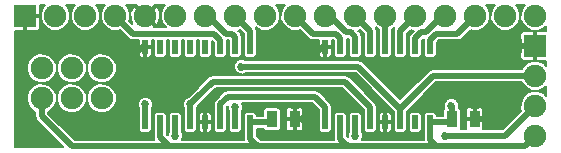
<source format=gtl>
G04 (created by PCBNEW (2013-07-07 BZR 4022)-stable) date 2/6/2016 8:58:51 PM*
%MOIN*%
G04 Gerber Fmt 3.4, Leading zero omitted, Abs format*
%FSLAX34Y34*%
G01*
G70*
G90*
G04 APERTURE LIST*
%ADD10C,0.00590551*%
%ADD11R,0.035X0.055*%
%ADD12R,0.02X0.045*%
%ADD13C,0.075*%
%ADD14R,0.075X0.075*%
%ADD15C,0.027*%
%ADD16C,0.02*%
%ADD17C,0.008*%
G04 APERTURE END LIST*
G54D10*
G54D11*
X2475Y-3450D03*
X1725Y-3450D03*
X8475Y-3450D03*
X7725Y-3450D03*
G54D12*
X7000Y-3550D03*
X6000Y-3550D03*
X5500Y-3550D03*
X5000Y-3550D03*
X4500Y-3550D03*
X4000Y-3550D03*
X3500Y-3550D03*
X3500Y-1050D03*
X4000Y-1050D03*
X4500Y-1050D03*
X5000Y-1050D03*
X5500Y-1050D03*
X6000Y-1050D03*
X6500Y-1050D03*
X7000Y-1050D03*
X6500Y-3550D03*
X1000Y-3550D03*
X0Y-3550D03*
X-500Y-3550D03*
X-1000Y-3550D03*
X-1500Y-3550D03*
X-2000Y-3550D03*
X-2500Y-3550D03*
X-2500Y-1050D03*
X-2000Y-1050D03*
X-1500Y-1050D03*
X-1000Y-1050D03*
X-500Y-1050D03*
X0Y-1050D03*
X500Y-1050D03*
X1000Y-1050D03*
X500Y-3550D03*
G54D13*
X-5950Y-2750D03*
X-4950Y-2750D03*
X-3950Y-2750D03*
G54D14*
X10500Y-1000D03*
G54D13*
X10500Y-2000D03*
X10500Y-3000D03*
X10500Y-4000D03*
G54D14*
X-6500Y0D03*
G54D13*
X-5500Y0D03*
X-4500Y0D03*
X-3500Y0D03*
X-2500Y0D03*
X-1500Y0D03*
X-500Y0D03*
X500Y0D03*
X1500Y0D03*
X2500Y0D03*
X3500Y0D03*
X4500Y0D03*
X5500Y0D03*
X6500Y0D03*
X7500Y0D03*
X8500Y0D03*
X9500Y0D03*
X10500Y0D03*
X-5950Y-1750D03*
X-4950Y-1750D03*
X-3950Y-1750D03*
G54D15*
X7500Y-4000D03*
X-1500Y-4000D03*
X4500Y-4000D03*
X700Y-1700D03*
X-1000Y-2950D03*
X500Y-3050D03*
X3200Y-1250D03*
X-2800Y-1250D03*
X8800Y-3450D03*
X8900Y-1000D03*
X2750Y-3450D03*
X-2500Y-2950D03*
X7700Y-3000D03*
G54D16*
X9500Y-4000D02*
X10500Y-3000D01*
X9500Y-4000D02*
X8050Y-4000D01*
X8050Y-4000D02*
X7500Y-4000D01*
X-1500Y-4000D02*
X-1500Y-3550D01*
X4500Y-4000D02*
X4500Y-3550D01*
X3850Y-1700D02*
X4600Y-1700D01*
X4600Y-1700D02*
X6000Y-3100D01*
X10500Y-2000D02*
X7100Y-2000D01*
X7100Y-2000D02*
X6000Y-3100D01*
X6000Y-3550D02*
X6000Y-3100D01*
X2200Y-1700D02*
X3850Y-1700D01*
X700Y-1700D02*
X2200Y-1700D01*
X5000Y-3550D02*
X5000Y-3050D01*
X5000Y-3050D02*
X4150Y-2200D01*
X-1000Y-3450D02*
X-1000Y-2950D01*
X4150Y-2200D02*
X4000Y-2200D01*
X-250Y-2200D02*
X-800Y-2750D01*
X4000Y-2200D02*
X-250Y-2200D01*
X-1000Y-2950D02*
X-800Y-2750D01*
X6500Y-1050D02*
X6500Y-750D01*
X7400Y0D02*
X7500Y0D01*
X6850Y-550D02*
X7400Y0D01*
X6700Y-550D02*
X6850Y-550D01*
X6500Y-750D02*
X6700Y-550D01*
X7000Y-1050D02*
X7000Y-800D01*
X7900Y-600D02*
X8500Y0D01*
X7200Y-600D02*
X7900Y-600D01*
X7000Y-800D02*
X7200Y-600D01*
X-500Y0D02*
X-404Y0D01*
X500Y-700D02*
X500Y-1050D01*
X400Y-600D02*
X500Y-700D01*
X195Y-600D02*
X400Y-600D01*
X-404Y0D02*
X195Y-600D01*
X1000Y-1050D02*
X1000Y-500D01*
X1000Y-500D02*
X500Y0D01*
X500Y-3450D02*
X500Y-3050D01*
X4000Y-1050D02*
X4000Y-750D01*
X3100Y-600D02*
X2500Y0D01*
X3850Y-600D02*
X3100Y-600D01*
X4000Y-750D02*
X3850Y-600D01*
X4500Y-1050D02*
X4500Y-700D01*
X3650Y0D02*
X3500Y0D01*
X4202Y-552D02*
X3650Y0D01*
X4352Y-552D02*
X4202Y-552D01*
X4500Y-700D02*
X4352Y-552D01*
X5000Y-1050D02*
X5000Y-500D01*
X5000Y-500D02*
X4500Y0D01*
X5500Y0D02*
X5500Y-1050D01*
X6000Y-1050D02*
X6000Y-500D01*
X6000Y-500D02*
X6500Y0D01*
X-2300Y-600D02*
X-2900Y-600D01*
X0Y-800D02*
X-200Y-600D01*
X-200Y-600D02*
X-2300Y-600D01*
X0Y-1050D02*
X0Y-800D01*
X-2900Y-600D02*
X-3500Y0D01*
X3500Y-1050D02*
X3400Y-1050D01*
X3400Y-1050D02*
X3200Y-1250D01*
X-2500Y-1050D02*
X-2600Y-1050D01*
X-2600Y-1050D02*
X-2800Y-1250D01*
X8475Y-3450D02*
X8800Y-3450D01*
X10500Y-1000D02*
X8900Y-1000D01*
X2475Y-3450D02*
X2750Y-3450D01*
X-2500Y-3450D02*
X-2500Y-2950D01*
X0Y-3450D02*
X0Y-2950D01*
X3500Y-3050D02*
X3500Y-3450D01*
X3150Y-2700D02*
X3500Y-3050D01*
X250Y-2700D02*
X3150Y-2700D01*
X0Y-2950D02*
X250Y-2700D01*
X3500Y-3250D02*
X3500Y-3450D01*
X3500Y-3250D02*
X3500Y-3450D01*
X3500Y-3450D02*
X3500Y-3250D01*
X7000Y-3550D02*
X7000Y-4150D01*
X7000Y-4150D02*
X7200Y-4350D01*
X7000Y-3550D02*
X7625Y-3550D01*
X7625Y-3550D02*
X7725Y-3450D01*
X-2000Y-3550D02*
X-2000Y-4050D01*
X-2000Y-4050D02*
X-1700Y-4350D01*
X4000Y-3550D02*
X4000Y-4100D01*
X4000Y-4100D02*
X4250Y-4350D01*
X1000Y-3550D02*
X1000Y-4100D01*
X1000Y-4100D02*
X1250Y-4350D01*
X1000Y-3550D02*
X1625Y-3550D01*
X1625Y-3550D02*
X1725Y-3450D01*
X-5950Y-2750D02*
X-5950Y-3350D01*
X-4950Y-4350D02*
X-4150Y-4350D01*
X-5950Y-3350D02*
X-4950Y-4350D01*
X7400Y-4350D02*
X7200Y-4350D01*
X6400Y-4350D02*
X7400Y-4350D01*
X7200Y-4350D02*
X7300Y-4350D01*
X10150Y-4350D02*
X10500Y-4000D01*
X7300Y-4350D02*
X10150Y-4350D01*
X4450Y-4350D02*
X6400Y-4350D01*
X4250Y-4350D02*
X4450Y-4350D01*
X-4150Y-4350D02*
X-1700Y-4350D01*
X-1700Y-4350D02*
X-1550Y-4350D01*
X-1550Y-4350D02*
X550Y-4350D01*
X550Y-4350D02*
X1250Y-4350D01*
X1250Y-4350D02*
X1650Y-4350D01*
X1650Y-4350D02*
X4250Y-4350D01*
X7700Y-3000D02*
X7725Y-3025D01*
X7725Y-3025D02*
X7725Y-3450D01*
G54D10*
G36*
X-1820Y-380D02*
X-2002Y-380D01*
X-2002Y-83D01*
X-2008Y113D01*
X-2072Y267D01*
X-2140Y309D01*
X-2450Y0D01*
X-2140Y-309D01*
X-2072Y-267D01*
X-2002Y-83D01*
X-2002Y-380D01*
X-2202Y-380D01*
X-2190Y-359D01*
X-2500Y-49D01*
X-2505Y-55D01*
X-2555Y-5D01*
X-2549Y0D01*
X-2859Y309D01*
X-2927Y267D01*
X-2997Y83D01*
X-2991Y-113D01*
X-2932Y-256D01*
X-3029Y-158D01*
X-3005Y-98D01*
X-3004Y98D01*
X-3080Y280D01*
X-3160Y360D01*
X-2809Y360D01*
X-2809Y359D01*
X-2500Y49D01*
X-2190Y359D01*
X-2190Y360D01*
X-1839Y360D01*
X-1919Y280D01*
X-1994Y98D01*
X-1995Y-98D01*
X-1919Y-280D01*
X-1820Y-380D01*
X-1820Y-380D01*
G37*
G54D17*
X-1820Y-380D02*
X-2002Y-380D01*
X-2002Y-83D01*
X-2008Y113D01*
X-2072Y267D01*
X-2140Y309D01*
X-2450Y0D01*
X-2140Y-309D01*
X-2072Y-267D01*
X-2002Y-83D01*
X-2002Y-380D01*
X-2202Y-380D01*
X-2190Y-359D01*
X-2500Y-49D01*
X-2505Y-55D01*
X-2555Y-5D01*
X-2549Y0D01*
X-2859Y309D01*
X-2927Y267D01*
X-2997Y83D01*
X-2991Y-113D01*
X-2932Y-256D01*
X-3029Y-158D01*
X-3005Y-98D01*
X-3004Y98D01*
X-3080Y280D01*
X-3160Y360D01*
X-2809Y360D01*
X-2809Y359D01*
X-2500Y49D01*
X-2190Y359D01*
X-2190Y360D01*
X-1839Y360D01*
X-1919Y280D01*
X-1994Y98D01*
X-1995Y-98D01*
X-1919Y-280D01*
X-1820Y-380D01*
G54D10*
G36*
X10860Y-2660D02*
X10780Y-2580D01*
X10598Y-2505D01*
X10401Y-2504D01*
X10219Y-2580D01*
X10080Y-2719D01*
X10005Y-2901D01*
X10004Y-3098D01*
X10030Y-3158D01*
X9408Y-3780D01*
X8757Y-3780D01*
X8769Y-3748D01*
X8770Y-3701D01*
X8770Y-3198D01*
X8769Y-3151D01*
X8751Y-3106D01*
X8717Y-3073D01*
X8673Y-3054D01*
X8540Y-3055D01*
X8510Y-3085D01*
X8510Y-3415D01*
X8740Y-3415D01*
X8770Y-3385D01*
X8770Y-3198D01*
X8770Y-3701D01*
X8770Y-3515D01*
X8740Y-3485D01*
X8510Y-3485D01*
X8510Y-3492D01*
X8440Y-3492D01*
X8440Y-3485D01*
X8440Y-3415D01*
X8440Y-3085D01*
X8410Y-3055D01*
X8276Y-3054D01*
X8232Y-3073D01*
X8198Y-3106D01*
X8180Y-3151D01*
X8179Y-3198D01*
X8180Y-3385D01*
X8210Y-3415D01*
X8440Y-3415D01*
X8440Y-3485D01*
X8210Y-3485D01*
X8180Y-3515D01*
X8179Y-3701D01*
X8180Y-3748D01*
X8192Y-3780D01*
X8050Y-3780D01*
X8007Y-3780D01*
X8019Y-3748D01*
X8020Y-3701D01*
X8020Y-3151D01*
X8001Y-3107D01*
X7968Y-3073D01*
X7948Y-3065D01*
X7954Y-3050D01*
X7955Y-2949D01*
X7916Y-2855D01*
X7844Y-2783D01*
X7750Y-2745D01*
X7649Y-2744D01*
X7555Y-2783D01*
X7483Y-2855D01*
X7445Y-2949D01*
X7444Y-3050D01*
X7462Y-3092D01*
X7448Y-3106D01*
X7430Y-3151D01*
X7429Y-3198D01*
X7429Y-3330D01*
X7220Y-3330D01*
X7220Y-3301D01*
X7201Y-3257D01*
X7168Y-3223D01*
X7123Y-3205D01*
X7076Y-3204D01*
X6876Y-3204D01*
X6832Y-3223D01*
X6798Y-3256D01*
X6780Y-3301D01*
X6779Y-3348D01*
X6779Y-3798D01*
X6780Y-3798D01*
X6780Y-4130D01*
X6720Y-4130D01*
X6720Y-3751D01*
X6720Y-3301D01*
X6701Y-3257D01*
X6668Y-3223D01*
X6623Y-3205D01*
X6576Y-3204D01*
X6376Y-3204D01*
X6332Y-3223D01*
X6298Y-3256D01*
X6280Y-3301D01*
X6279Y-3348D01*
X6279Y-3798D01*
X6298Y-3842D01*
X6331Y-3876D01*
X6376Y-3894D01*
X6423Y-3895D01*
X6623Y-3895D01*
X6667Y-3876D01*
X6701Y-3843D01*
X6719Y-3798D01*
X6720Y-3751D01*
X6720Y-4130D01*
X6400Y-4130D01*
X5720Y-4130D01*
X5720Y-3751D01*
X5720Y-3348D01*
X5719Y-3301D01*
X5701Y-3256D01*
X5667Y-3223D01*
X5623Y-3204D01*
X5565Y-3205D01*
X5535Y-3235D01*
X5535Y-3515D01*
X5690Y-3515D01*
X5720Y-3485D01*
X5720Y-3348D01*
X5720Y-3751D01*
X5720Y-3615D01*
X5690Y-3585D01*
X5535Y-3585D01*
X5535Y-3865D01*
X5565Y-3895D01*
X5623Y-3895D01*
X5667Y-3876D01*
X5701Y-3843D01*
X5719Y-3798D01*
X5720Y-3751D01*
X5720Y-4130D01*
X5465Y-4130D01*
X5465Y-3865D01*
X5465Y-3585D01*
X5465Y-3515D01*
X5465Y-3235D01*
X5435Y-3205D01*
X5376Y-3204D01*
X5332Y-3223D01*
X5298Y-3256D01*
X5280Y-3301D01*
X5279Y-3348D01*
X5280Y-3485D01*
X5310Y-3515D01*
X5465Y-3515D01*
X5465Y-3585D01*
X5310Y-3585D01*
X5280Y-3615D01*
X5279Y-3751D01*
X5280Y-3798D01*
X5298Y-3843D01*
X5332Y-3876D01*
X5376Y-3895D01*
X5435Y-3895D01*
X5465Y-3865D01*
X5465Y-4130D01*
X5220Y-4130D01*
X5220Y-3751D01*
X5220Y-3301D01*
X5220Y-3301D01*
X5220Y-3050D01*
X5203Y-2965D01*
X5203Y-2965D01*
X5155Y-2894D01*
X4305Y-2044D01*
X4234Y-1996D01*
X4150Y-1980D01*
X4000Y-1980D01*
X-250Y-1980D01*
X-334Y-1996D01*
X-369Y-2020D01*
X-405Y-2044D01*
X-955Y-2594D01*
X-955Y-2594D01*
X-1060Y-2698D01*
X-1144Y-2733D01*
X-1216Y-2805D01*
X-1254Y-2899D01*
X-1255Y-3000D01*
X-1220Y-3085D01*
X-1220Y-3325D01*
X-1220Y-3348D01*
X-1220Y-3798D01*
X-1201Y-3842D01*
X-1168Y-3876D01*
X-1123Y-3894D01*
X-1076Y-3895D01*
X-876Y-3895D01*
X-832Y-3876D01*
X-798Y-3843D01*
X-780Y-3798D01*
X-779Y-3751D01*
X-779Y-3301D01*
X-780Y-3301D01*
X-780Y-3085D01*
X-748Y-3009D01*
X-644Y-2905D01*
X-644Y-2905D01*
X-644Y-2905D01*
X-158Y-2420D01*
X4000Y-2420D01*
X4058Y-2420D01*
X4780Y-3141D01*
X4780Y-3325D01*
X4779Y-3348D01*
X4779Y-3798D01*
X4798Y-3842D01*
X4831Y-3876D01*
X4876Y-3894D01*
X4923Y-3895D01*
X5123Y-3895D01*
X5167Y-3876D01*
X5201Y-3843D01*
X5219Y-3798D01*
X5220Y-3751D01*
X5220Y-4130D01*
X4722Y-4130D01*
X4754Y-4050D01*
X4755Y-3949D01*
X4720Y-3864D01*
X4720Y-3774D01*
X4720Y-3751D01*
X4720Y-3301D01*
X4701Y-3257D01*
X4668Y-3223D01*
X4623Y-3205D01*
X4576Y-3204D01*
X4376Y-3204D01*
X4332Y-3223D01*
X4298Y-3256D01*
X4280Y-3301D01*
X4279Y-3348D01*
X4279Y-3798D01*
X4280Y-3798D01*
X4280Y-3864D01*
X4245Y-3949D01*
X4244Y-4033D01*
X4220Y-4008D01*
X4220Y-3774D01*
X4220Y-3751D01*
X4220Y-3301D01*
X4201Y-3257D01*
X4168Y-3223D01*
X4123Y-3205D01*
X4076Y-3204D01*
X3876Y-3204D01*
X3832Y-3223D01*
X3798Y-3256D01*
X3780Y-3301D01*
X3779Y-3348D01*
X3779Y-3798D01*
X3780Y-3798D01*
X3780Y-4100D01*
X3785Y-4130D01*
X3720Y-4130D01*
X3720Y-3751D01*
X3720Y-3301D01*
X3720Y-3301D01*
X3720Y-3250D01*
X3720Y-3050D01*
X3719Y-3049D01*
X3703Y-2965D01*
X3655Y-2894D01*
X3655Y-2894D01*
X3305Y-2544D01*
X3234Y-2496D01*
X3150Y-2480D01*
X250Y-2480D01*
X165Y-2496D01*
X94Y-2544D01*
X-155Y-2794D01*
X-203Y-2865D01*
X-220Y-2950D01*
X-220Y-3325D01*
X-220Y-3348D01*
X-220Y-3798D01*
X-201Y-3842D01*
X-168Y-3876D01*
X-123Y-3894D01*
X-76Y-3895D01*
X123Y-3895D01*
X167Y-3876D01*
X201Y-3843D01*
X219Y-3798D01*
X220Y-3751D01*
X220Y-3301D01*
X220Y-3301D01*
X220Y-3041D01*
X245Y-3016D01*
X244Y-3100D01*
X280Y-3185D01*
X280Y-3325D01*
X279Y-3348D01*
X279Y-3798D01*
X298Y-3842D01*
X331Y-3876D01*
X376Y-3894D01*
X423Y-3895D01*
X623Y-3895D01*
X667Y-3876D01*
X701Y-3843D01*
X719Y-3798D01*
X720Y-3751D01*
X720Y-3301D01*
X720Y-3301D01*
X720Y-3185D01*
X754Y-3100D01*
X755Y-2999D01*
X722Y-2920D01*
X3058Y-2920D01*
X3280Y-3141D01*
X3280Y-3250D01*
X3280Y-3325D01*
X3279Y-3348D01*
X3279Y-3798D01*
X3298Y-3842D01*
X3331Y-3876D01*
X3376Y-3894D01*
X3423Y-3895D01*
X3623Y-3895D01*
X3667Y-3876D01*
X3701Y-3843D01*
X3719Y-3798D01*
X3720Y-3751D01*
X3720Y-4130D01*
X2770Y-4130D01*
X2770Y-3701D01*
X2770Y-3198D01*
X2769Y-3151D01*
X2751Y-3106D01*
X2717Y-3073D01*
X2673Y-3054D01*
X2540Y-3055D01*
X2510Y-3085D01*
X2510Y-3415D01*
X2740Y-3415D01*
X2770Y-3385D01*
X2770Y-3198D01*
X2770Y-3701D01*
X2770Y-3515D01*
X2740Y-3485D01*
X2510Y-3485D01*
X2510Y-3815D01*
X2540Y-3845D01*
X2673Y-3845D01*
X2717Y-3826D01*
X2751Y-3793D01*
X2769Y-3748D01*
X2770Y-3701D01*
X2770Y-4130D01*
X2440Y-4130D01*
X2440Y-3815D01*
X2440Y-3485D01*
X2440Y-3415D01*
X2440Y-3085D01*
X2410Y-3055D01*
X2276Y-3054D01*
X2232Y-3073D01*
X2198Y-3106D01*
X2180Y-3151D01*
X2179Y-3198D01*
X2180Y-3385D01*
X2210Y-3415D01*
X2440Y-3415D01*
X2440Y-3485D01*
X2210Y-3485D01*
X2180Y-3515D01*
X2179Y-3701D01*
X2180Y-3748D01*
X2198Y-3793D01*
X2232Y-3826D01*
X2276Y-3845D01*
X2410Y-3845D01*
X2440Y-3815D01*
X2440Y-4130D01*
X1650Y-4130D01*
X1341Y-4130D01*
X1220Y-4008D01*
X1220Y-3774D01*
X1220Y-3770D01*
X1438Y-3770D01*
X1448Y-3792D01*
X1481Y-3826D01*
X1526Y-3844D01*
X1573Y-3845D01*
X1923Y-3845D01*
X1967Y-3826D01*
X2001Y-3793D01*
X2019Y-3748D01*
X2020Y-3701D01*
X2020Y-3151D01*
X2001Y-3107D01*
X1968Y-3073D01*
X1923Y-3055D01*
X1876Y-3054D01*
X1526Y-3054D01*
X1482Y-3073D01*
X1448Y-3106D01*
X1430Y-3151D01*
X1429Y-3198D01*
X1429Y-3330D01*
X1220Y-3330D01*
X1220Y-3301D01*
X1201Y-3257D01*
X1168Y-3223D01*
X1123Y-3205D01*
X1076Y-3204D01*
X876Y-3204D01*
X832Y-3223D01*
X798Y-3256D01*
X780Y-3301D01*
X779Y-3348D01*
X779Y-3798D01*
X780Y-3798D01*
X780Y-4100D01*
X785Y-4130D01*
X550Y-4130D01*
X-279Y-4130D01*
X-279Y-3751D01*
X-279Y-3348D01*
X-280Y-3301D01*
X-298Y-3256D01*
X-332Y-3223D01*
X-376Y-3204D01*
X-435Y-3205D01*
X-465Y-3235D01*
X-465Y-3515D01*
X-310Y-3515D01*
X-280Y-3485D01*
X-279Y-3348D01*
X-279Y-3751D01*
X-280Y-3615D01*
X-310Y-3585D01*
X-465Y-3585D01*
X-465Y-3865D01*
X-435Y-3895D01*
X-376Y-3895D01*
X-332Y-3876D01*
X-298Y-3843D01*
X-280Y-3798D01*
X-279Y-3751D01*
X-279Y-4130D01*
X-535Y-4130D01*
X-535Y-3865D01*
X-535Y-3585D01*
X-535Y-3515D01*
X-535Y-3235D01*
X-565Y-3205D01*
X-623Y-3204D01*
X-667Y-3223D01*
X-701Y-3256D01*
X-719Y-3301D01*
X-720Y-3348D01*
X-720Y-3485D01*
X-690Y-3515D01*
X-535Y-3515D01*
X-535Y-3585D01*
X-690Y-3585D01*
X-720Y-3615D01*
X-720Y-3751D01*
X-719Y-3798D01*
X-701Y-3843D01*
X-667Y-3876D01*
X-623Y-3895D01*
X-565Y-3895D01*
X-535Y-3865D01*
X-535Y-4130D01*
X-1277Y-4130D01*
X-1245Y-4050D01*
X-1244Y-3949D01*
X-1280Y-3864D01*
X-1280Y-3774D01*
X-1279Y-3751D01*
X-1279Y-3301D01*
X-1298Y-3257D01*
X-1331Y-3223D01*
X-1376Y-3205D01*
X-1423Y-3204D01*
X-1623Y-3204D01*
X-1667Y-3223D01*
X-1701Y-3256D01*
X-1719Y-3301D01*
X-1720Y-3348D01*
X-1720Y-3798D01*
X-1720Y-3798D01*
X-1720Y-3864D01*
X-1754Y-3949D01*
X-1754Y-3983D01*
X-1780Y-3958D01*
X-1780Y-3774D01*
X-1779Y-3751D01*
X-1779Y-3301D01*
X-1798Y-3257D01*
X-1831Y-3223D01*
X-1876Y-3205D01*
X-1923Y-3204D01*
X-2123Y-3204D01*
X-2167Y-3223D01*
X-2201Y-3256D01*
X-2219Y-3301D01*
X-2220Y-3348D01*
X-2220Y-3798D01*
X-2220Y-3798D01*
X-2220Y-4050D01*
X-2204Y-4130D01*
X-2244Y-4130D01*
X-2244Y-2899D01*
X-2279Y-2814D01*
X-2279Y-1251D01*
X-2280Y-1115D01*
X-2310Y-1085D01*
X-2465Y-1085D01*
X-2465Y-1365D01*
X-2435Y-1395D01*
X-2376Y-1395D01*
X-2332Y-1376D01*
X-2298Y-1343D01*
X-2280Y-1298D01*
X-2279Y-1251D01*
X-2279Y-2814D01*
X-2283Y-2805D01*
X-2355Y-2733D01*
X-2449Y-2695D01*
X-2535Y-2694D01*
X-2535Y-1365D01*
X-2535Y-1085D01*
X-2690Y-1085D01*
X-2720Y-1115D01*
X-2720Y-1251D01*
X-2719Y-1298D01*
X-2701Y-1343D01*
X-2667Y-1376D01*
X-2623Y-1395D01*
X-2565Y-1395D01*
X-2535Y-1365D01*
X-2535Y-2694D01*
X-2550Y-2694D01*
X-2644Y-2733D01*
X-2716Y-2805D01*
X-2754Y-2899D01*
X-2755Y-3000D01*
X-2720Y-3085D01*
X-2720Y-3325D01*
X-2720Y-3348D01*
X-2720Y-3798D01*
X-2701Y-3842D01*
X-2668Y-3876D01*
X-2623Y-3894D01*
X-2576Y-3895D01*
X-2376Y-3895D01*
X-2332Y-3876D01*
X-2298Y-3843D01*
X-2280Y-3798D01*
X-2279Y-3751D01*
X-2279Y-3301D01*
X-2280Y-3301D01*
X-2280Y-3085D01*
X-2245Y-3000D01*
X-2244Y-2899D01*
X-2244Y-4130D01*
X-3454Y-4130D01*
X-3454Y-2651D01*
X-3454Y-1651D01*
X-3530Y-1469D01*
X-3669Y-1330D01*
X-3851Y-1255D01*
X-4048Y-1254D01*
X-4230Y-1330D01*
X-4369Y-1469D01*
X-4444Y-1651D01*
X-4445Y-1848D01*
X-4369Y-2030D01*
X-4230Y-2169D01*
X-4048Y-2244D01*
X-3851Y-2245D01*
X-3669Y-2169D01*
X-3530Y-2030D01*
X-3455Y-1848D01*
X-3454Y-1651D01*
X-3454Y-2651D01*
X-3530Y-2469D01*
X-3669Y-2330D01*
X-3851Y-2255D01*
X-4048Y-2254D01*
X-4230Y-2330D01*
X-4369Y-2469D01*
X-4444Y-2651D01*
X-4445Y-2848D01*
X-4369Y-3030D01*
X-4230Y-3169D01*
X-4048Y-3244D01*
X-3851Y-3245D01*
X-3669Y-3169D01*
X-3530Y-3030D01*
X-3455Y-2848D01*
X-3454Y-2651D01*
X-3454Y-4130D01*
X-4150Y-4130D01*
X-4454Y-4130D01*
X-4454Y-2651D01*
X-4454Y-1651D01*
X-4530Y-1469D01*
X-4669Y-1330D01*
X-4851Y-1255D01*
X-5048Y-1254D01*
X-5230Y-1330D01*
X-5369Y-1469D01*
X-5444Y-1651D01*
X-5445Y-1848D01*
X-5369Y-2030D01*
X-5230Y-2169D01*
X-5048Y-2244D01*
X-4851Y-2245D01*
X-4669Y-2169D01*
X-4530Y-2030D01*
X-4455Y-1848D01*
X-4454Y-1651D01*
X-4454Y-2651D01*
X-4530Y-2469D01*
X-4669Y-2330D01*
X-4851Y-2255D01*
X-5048Y-2254D01*
X-5230Y-2330D01*
X-5369Y-2469D01*
X-5444Y-2651D01*
X-5445Y-2848D01*
X-5369Y-3030D01*
X-5230Y-3169D01*
X-5048Y-3244D01*
X-4851Y-3245D01*
X-4669Y-3169D01*
X-4530Y-3030D01*
X-4455Y-2848D01*
X-4454Y-2651D01*
X-4454Y-4130D01*
X-4858Y-4130D01*
X-5730Y-3258D01*
X-5730Y-3194D01*
X-5669Y-3169D01*
X-5530Y-3030D01*
X-5455Y-2848D01*
X-5454Y-2651D01*
X-5454Y-1651D01*
X-5530Y-1469D01*
X-5669Y-1330D01*
X-5851Y-1255D01*
X-6004Y-1254D01*
X-6004Y-351D01*
X-6005Y-65D01*
X-6035Y-35D01*
X-6465Y-35D01*
X-6465Y-465D01*
X-6435Y-495D01*
X-6101Y-495D01*
X-6057Y-476D01*
X-6023Y-443D01*
X-6005Y-398D01*
X-6004Y-351D01*
X-6004Y-1254D01*
X-6048Y-1254D01*
X-6230Y-1330D01*
X-6369Y-1469D01*
X-6444Y-1651D01*
X-6445Y-1848D01*
X-6369Y-2030D01*
X-6230Y-2169D01*
X-6048Y-2244D01*
X-5851Y-2245D01*
X-5669Y-2169D01*
X-5530Y-2030D01*
X-5455Y-1848D01*
X-5454Y-1651D01*
X-5454Y-2651D01*
X-5530Y-2469D01*
X-5669Y-2330D01*
X-5851Y-2255D01*
X-6048Y-2254D01*
X-6230Y-2330D01*
X-6369Y-2469D01*
X-6444Y-2651D01*
X-6445Y-2848D01*
X-6369Y-3030D01*
X-6230Y-3169D01*
X-6170Y-3194D01*
X-6170Y-3350D01*
X-6153Y-3434D01*
X-6105Y-3505D01*
X-5250Y-4360D01*
X-6860Y-4360D01*
X-6860Y-495D01*
X-6565Y-495D01*
X-6535Y-465D01*
X-6535Y-35D01*
X-6542Y-35D01*
X-6542Y35D01*
X-6535Y35D01*
X-6535Y42D01*
X-6465Y42D01*
X-6465Y35D01*
X-6035Y35D01*
X-6005Y65D01*
X-6004Y351D01*
X-6004Y360D01*
X-5839Y360D01*
X-5919Y280D01*
X-5994Y98D01*
X-5995Y-98D01*
X-5919Y-280D01*
X-5780Y-419D01*
X-5598Y-494D01*
X-5401Y-495D01*
X-5219Y-419D01*
X-5080Y-280D01*
X-5005Y-98D01*
X-5004Y98D01*
X-5080Y280D01*
X-5160Y360D01*
X-4839Y360D01*
X-4919Y280D01*
X-4994Y98D01*
X-4995Y-98D01*
X-4919Y-280D01*
X-4780Y-419D01*
X-4598Y-494D01*
X-4401Y-495D01*
X-4219Y-419D01*
X-4080Y-280D01*
X-4005Y-98D01*
X-4004Y98D01*
X-4080Y280D01*
X-4160Y360D01*
X-3839Y360D01*
X-3919Y280D01*
X-3994Y98D01*
X-3995Y-98D01*
X-3919Y-280D01*
X-3780Y-419D01*
X-3598Y-494D01*
X-3401Y-495D01*
X-3341Y-469D01*
X-3055Y-755D01*
X-3055Y-755D01*
X-2984Y-803D01*
X-2900Y-820D01*
X-2719Y-820D01*
X-2720Y-848D01*
X-2720Y-985D01*
X-2690Y-1015D01*
X-2535Y-1015D01*
X-2535Y-1007D01*
X-2465Y-1007D01*
X-2465Y-1015D01*
X-2310Y-1015D01*
X-2280Y-985D01*
X-2279Y-848D01*
X-2280Y-820D01*
X-2219Y-820D01*
X-2220Y-848D01*
X-2220Y-1298D01*
X-2201Y-1342D01*
X-2168Y-1376D01*
X-2123Y-1394D01*
X-2076Y-1395D01*
X-1876Y-1395D01*
X-1832Y-1376D01*
X-1798Y-1343D01*
X-1780Y-1298D01*
X-1779Y-1251D01*
X-1779Y-820D01*
X-1719Y-820D01*
X-1720Y-848D01*
X-1720Y-1298D01*
X-1701Y-1342D01*
X-1668Y-1376D01*
X-1623Y-1394D01*
X-1576Y-1395D01*
X-1376Y-1395D01*
X-1332Y-1376D01*
X-1298Y-1343D01*
X-1280Y-1298D01*
X-1279Y-1251D01*
X-1279Y-820D01*
X-1219Y-820D01*
X-1220Y-848D01*
X-1220Y-1298D01*
X-1201Y-1342D01*
X-1168Y-1376D01*
X-1123Y-1394D01*
X-1076Y-1395D01*
X-876Y-1395D01*
X-832Y-1376D01*
X-798Y-1343D01*
X-780Y-1298D01*
X-779Y-1251D01*
X-779Y-820D01*
X-719Y-820D01*
X-720Y-848D01*
X-720Y-1298D01*
X-701Y-1342D01*
X-668Y-1376D01*
X-623Y-1394D01*
X-576Y-1395D01*
X-376Y-1395D01*
X-332Y-1376D01*
X-298Y-1343D01*
X-280Y-1298D01*
X-279Y-1251D01*
X-279Y-831D01*
X-220Y-891D01*
X-220Y-1298D01*
X-201Y-1342D01*
X-168Y-1376D01*
X-123Y-1394D01*
X-76Y-1395D01*
X123Y-1395D01*
X167Y-1376D01*
X201Y-1343D01*
X219Y-1298D01*
X220Y-1251D01*
X220Y-820D01*
X280Y-820D01*
X280Y-825D01*
X279Y-848D01*
X279Y-1298D01*
X298Y-1342D01*
X331Y-1376D01*
X376Y-1394D01*
X423Y-1395D01*
X623Y-1395D01*
X667Y-1376D01*
X701Y-1343D01*
X719Y-1298D01*
X720Y-1251D01*
X720Y-801D01*
X720Y-801D01*
X720Y-700D01*
X703Y-615D01*
X703Y-615D01*
X655Y-544D01*
X603Y-492D01*
X658Y-469D01*
X780Y-591D01*
X780Y-825D01*
X779Y-848D01*
X779Y-1298D01*
X798Y-1342D01*
X831Y-1376D01*
X876Y-1394D01*
X923Y-1395D01*
X1123Y-1395D01*
X1167Y-1376D01*
X1201Y-1343D01*
X1219Y-1298D01*
X1220Y-1251D01*
X1220Y-801D01*
X1220Y-801D01*
X1220Y-500D01*
X1203Y-415D01*
X1203Y-415D01*
X1178Y-378D01*
X1219Y-419D01*
X1401Y-494D01*
X1598Y-495D01*
X1780Y-419D01*
X1919Y-280D01*
X1994Y-98D01*
X1995Y98D01*
X1919Y280D01*
X1839Y360D01*
X2160Y360D01*
X2080Y280D01*
X2005Y98D01*
X2004Y-98D01*
X2080Y-280D01*
X2219Y-419D01*
X2401Y-494D01*
X2598Y-495D01*
X2658Y-469D01*
X2944Y-755D01*
X2944Y-755D01*
X3015Y-803D01*
X3100Y-820D01*
X3280Y-820D01*
X3279Y-848D01*
X3280Y-985D01*
X3310Y-1015D01*
X3465Y-1015D01*
X3465Y-1007D01*
X3535Y-1007D01*
X3535Y-1015D01*
X3690Y-1015D01*
X3720Y-985D01*
X3720Y-848D01*
X3719Y-820D01*
X3758Y-820D01*
X3779Y-841D01*
X3779Y-848D01*
X3779Y-1298D01*
X3798Y-1342D01*
X3831Y-1376D01*
X3876Y-1394D01*
X3923Y-1395D01*
X4123Y-1395D01*
X4167Y-1376D01*
X4201Y-1343D01*
X4219Y-1298D01*
X4220Y-1251D01*
X4220Y-801D01*
X4220Y-801D01*
X4220Y-772D01*
X4260Y-772D01*
X4280Y-791D01*
X4280Y-825D01*
X4279Y-848D01*
X4279Y-1298D01*
X4298Y-1342D01*
X4331Y-1376D01*
X4376Y-1394D01*
X4423Y-1395D01*
X4623Y-1395D01*
X4667Y-1376D01*
X4701Y-1343D01*
X4719Y-1298D01*
X4720Y-1251D01*
X4720Y-801D01*
X4720Y-801D01*
X4720Y-700D01*
X4703Y-615D01*
X4703Y-615D01*
X4655Y-544D01*
X4603Y-492D01*
X4658Y-469D01*
X4780Y-591D01*
X4780Y-825D01*
X4779Y-848D01*
X4779Y-1298D01*
X4798Y-1342D01*
X4831Y-1376D01*
X4876Y-1394D01*
X4923Y-1395D01*
X5123Y-1395D01*
X5167Y-1376D01*
X5201Y-1343D01*
X5219Y-1298D01*
X5220Y-1251D01*
X5220Y-801D01*
X5220Y-801D01*
X5220Y-500D01*
X5203Y-415D01*
X5203Y-415D01*
X5178Y-378D01*
X5219Y-419D01*
X5280Y-444D01*
X5280Y-825D01*
X5279Y-848D01*
X5279Y-1298D01*
X5298Y-1342D01*
X5331Y-1376D01*
X5376Y-1394D01*
X5423Y-1395D01*
X5623Y-1395D01*
X5667Y-1376D01*
X5701Y-1343D01*
X5719Y-1298D01*
X5720Y-1251D01*
X5720Y-801D01*
X5720Y-801D01*
X5720Y-444D01*
X5780Y-419D01*
X5822Y-377D01*
X5796Y-415D01*
X5780Y-500D01*
X5780Y-825D01*
X5779Y-848D01*
X5779Y-1298D01*
X5798Y-1342D01*
X5831Y-1376D01*
X5876Y-1394D01*
X5923Y-1395D01*
X6123Y-1395D01*
X6167Y-1376D01*
X6201Y-1343D01*
X6219Y-1298D01*
X6220Y-1251D01*
X6220Y-801D01*
X6220Y-801D01*
X6220Y-591D01*
X6341Y-470D01*
X6401Y-494D01*
X6443Y-494D01*
X6344Y-594D01*
X6296Y-665D01*
X6280Y-750D01*
X6280Y-825D01*
X6279Y-848D01*
X6279Y-1298D01*
X6298Y-1342D01*
X6331Y-1376D01*
X6376Y-1394D01*
X6423Y-1395D01*
X6623Y-1395D01*
X6667Y-1376D01*
X6701Y-1343D01*
X6719Y-1298D01*
X6720Y-1251D01*
X6720Y-841D01*
X6784Y-776D01*
X6780Y-800D01*
X6780Y-825D01*
X6779Y-848D01*
X6779Y-1298D01*
X6798Y-1342D01*
X6831Y-1376D01*
X6876Y-1394D01*
X6923Y-1395D01*
X7123Y-1395D01*
X7167Y-1376D01*
X7201Y-1343D01*
X7219Y-1298D01*
X7220Y-1251D01*
X7220Y-891D01*
X7291Y-820D01*
X7900Y-820D01*
X7984Y-803D01*
X7984Y-803D01*
X8055Y-755D01*
X8341Y-470D01*
X8401Y-494D01*
X8598Y-495D01*
X8780Y-419D01*
X8919Y-280D01*
X8994Y-98D01*
X8995Y98D01*
X8919Y280D01*
X8839Y360D01*
X9160Y360D01*
X9080Y280D01*
X9005Y98D01*
X9004Y-98D01*
X9080Y-280D01*
X9219Y-419D01*
X9401Y-494D01*
X9598Y-495D01*
X9780Y-419D01*
X9919Y-280D01*
X9994Y-98D01*
X9995Y98D01*
X9919Y280D01*
X9839Y360D01*
X10160Y360D01*
X10080Y280D01*
X10005Y98D01*
X10004Y-98D01*
X10080Y-280D01*
X10219Y-419D01*
X10401Y-494D01*
X10598Y-495D01*
X10780Y-419D01*
X10860Y-339D01*
X10860Y-504D01*
X10851Y-504D01*
X10565Y-505D01*
X10535Y-535D01*
X10535Y-965D01*
X10542Y-965D01*
X10542Y-1035D01*
X10535Y-1035D01*
X10535Y-1465D01*
X10565Y-1495D01*
X10851Y-1495D01*
X10860Y-1495D01*
X10860Y-1660D01*
X10780Y-1580D01*
X10598Y-1505D01*
X10465Y-1504D01*
X10465Y-1465D01*
X10465Y-1035D01*
X10465Y-965D01*
X10465Y-535D01*
X10435Y-505D01*
X10148Y-504D01*
X10101Y-505D01*
X10056Y-523D01*
X10023Y-557D01*
X10004Y-601D01*
X10005Y-935D01*
X10035Y-965D01*
X10465Y-965D01*
X10465Y-1035D01*
X10035Y-1035D01*
X10005Y-1065D01*
X10004Y-1398D01*
X10023Y-1442D01*
X10056Y-1476D01*
X10101Y-1494D01*
X10148Y-1495D01*
X10435Y-1495D01*
X10465Y-1465D01*
X10465Y-1504D01*
X10401Y-1504D01*
X10219Y-1580D01*
X10080Y-1719D01*
X10055Y-1780D01*
X7100Y-1780D01*
X7015Y-1796D01*
X6944Y-1844D01*
X6000Y-2788D01*
X4755Y-1544D01*
X4684Y-1496D01*
X4600Y-1480D01*
X3850Y-1480D01*
X3720Y-1480D01*
X3720Y-1251D01*
X3720Y-1115D01*
X3690Y-1085D01*
X3535Y-1085D01*
X3535Y-1365D01*
X3565Y-1395D01*
X3623Y-1395D01*
X3667Y-1376D01*
X3701Y-1343D01*
X3719Y-1298D01*
X3720Y-1251D01*
X3720Y-1480D01*
X3465Y-1480D01*
X3465Y-1365D01*
X3465Y-1085D01*
X3310Y-1085D01*
X3280Y-1115D01*
X3279Y-1251D01*
X3280Y-1298D01*
X3298Y-1343D01*
X3332Y-1376D01*
X3376Y-1395D01*
X3435Y-1395D01*
X3465Y-1365D01*
X3465Y-1480D01*
X2200Y-1480D01*
X835Y-1480D01*
X750Y-1445D01*
X649Y-1444D01*
X555Y-1483D01*
X483Y-1555D01*
X445Y-1649D01*
X444Y-1750D01*
X483Y-1844D01*
X555Y-1916D01*
X649Y-1954D01*
X750Y-1955D01*
X835Y-1920D01*
X2200Y-1920D01*
X3850Y-1920D01*
X4508Y-1920D01*
X5780Y-3191D01*
X5780Y-3325D01*
X5779Y-3348D01*
X5779Y-3798D01*
X5798Y-3842D01*
X5831Y-3876D01*
X5876Y-3894D01*
X5923Y-3895D01*
X6123Y-3895D01*
X6167Y-3876D01*
X6201Y-3843D01*
X6219Y-3798D01*
X6220Y-3751D01*
X6220Y-3301D01*
X6220Y-3301D01*
X6220Y-3191D01*
X7191Y-2220D01*
X10055Y-2220D01*
X10080Y-2280D01*
X10219Y-2419D01*
X10401Y-2494D01*
X10598Y-2495D01*
X10780Y-2419D01*
X10860Y-2339D01*
X10860Y-2660D01*
X10860Y-2660D01*
G37*
G54D17*
X10860Y-2660D02*
X10780Y-2580D01*
X10598Y-2505D01*
X10401Y-2504D01*
X10219Y-2580D01*
X10080Y-2719D01*
X10005Y-2901D01*
X10004Y-3098D01*
X10030Y-3158D01*
X9408Y-3780D01*
X8757Y-3780D01*
X8769Y-3748D01*
X8770Y-3701D01*
X8770Y-3198D01*
X8769Y-3151D01*
X8751Y-3106D01*
X8717Y-3073D01*
X8673Y-3054D01*
X8540Y-3055D01*
X8510Y-3085D01*
X8510Y-3415D01*
X8740Y-3415D01*
X8770Y-3385D01*
X8770Y-3198D01*
X8770Y-3701D01*
X8770Y-3515D01*
X8740Y-3485D01*
X8510Y-3485D01*
X8510Y-3492D01*
X8440Y-3492D01*
X8440Y-3485D01*
X8440Y-3415D01*
X8440Y-3085D01*
X8410Y-3055D01*
X8276Y-3054D01*
X8232Y-3073D01*
X8198Y-3106D01*
X8180Y-3151D01*
X8179Y-3198D01*
X8180Y-3385D01*
X8210Y-3415D01*
X8440Y-3415D01*
X8440Y-3485D01*
X8210Y-3485D01*
X8180Y-3515D01*
X8179Y-3701D01*
X8180Y-3748D01*
X8192Y-3780D01*
X8050Y-3780D01*
X8007Y-3780D01*
X8019Y-3748D01*
X8020Y-3701D01*
X8020Y-3151D01*
X8001Y-3107D01*
X7968Y-3073D01*
X7948Y-3065D01*
X7954Y-3050D01*
X7955Y-2949D01*
X7916Y-2855D01*
X7844Y-2783D01*
X7750Y-2745D01*
X7649Y-2744D01*
X7555Y-2783D01*
X7483Y-2855D01*
X7445Y-2949D01*
X7444Y-3050D01*
X7462Y-3092D01*
X7448Y-3106D01*
X7430Y-3151D01*
X7429Y-3198D01*
X7429Y-3330D01*
X7220Y-3330D01*
X7220Y-3301D01*
X7201Y-3257D01*
X7168Y-3223D01*
X7123Y-3205D01*
X7076Y-3204D01*
X6876Y-3204D01*
X6832Y-3223D01*
X6798Y-3256D01*
X6780Y-3301D01*
X6779Y-3348D01*
X6779Y-3798D01*
X6780Y-3798D01*
X6780Y-4130D01*
X6720Y-4130D01*
X6720Y-3751D01*
X6720Y-3301D01*
X6701Y-3257D01*
X6668Y-3223D01*
X6623Y-3205D01*
X6576Y-3204D01*
X6376Y-3204D01*
X6332Y-3223D01*
X6298Y-3256D01*
X6280Y-3301D01*
X6279Y-3348D01*
X6279Y-3798D01*
X6298Y-3842D01*
X6331Y-3876D01*
X6376Y-3894D01*
X6423Y-3895D01*
X6623Y-3895D01*
X6667Y-3876D01*
X6701Y-3843D01*
X6719Y-3798D01*
X6720Y-3751D01*
X6720Y-4130D01*
X6400Y-4130D01*
X5720Y-4130D01*
X5720Y-3751D01*
X5720Y-3348D01*
X5719Y-3301D01*
X5701Y-3256D01*
X5667Y-3223D01*
X5623Y-3204D01*
X5565Y-3205D01*
X5535Y-3235D01*
X5535Y-3515D01*
X5690Y-3515D01*
X5720Y-3485D01*
X5720Y-3348D01*
X5720Y-3751D01*
X5720Y-3615D01*
X5690Y-3585D01*
X5535Y-3585D01*
X5535Y-3865D01*
X5565Y-3895D01*
X5623Y-3895D01*
X5667Y-3876D01*
X5701Y-3843D01*
X5719Y-3798D01*
X5720Y-3751D01*
X5720Y-4130D01*
X5465Y-4130D01*
X5465Y-3865D01*
X5465Y-3585D01*
X5465Y-3515D01*
X5465Y-3235D01*
X5435Y-3205D01*
X5376Y-3204D01*
X5332Y-3223D01*
X5298Y-3256D01*
X5280Y-3301D01*
X5279Y-3348D01*
X5280Y-3485D01*
X5310Y-3515D01*
X5465Y-3515D01*
X5465Y-3585D01*
X5310Y-3585D01*
X5280Y-3615D01*
X5279Y-3751D01*
X5280Y-3798D01*
X5298Y-3843D01*
X5332Y-3876D01*
X5376Y-3895D01*
X5435Y-3895D01*
X5465Y-3865D01*
X5465Y-4130D01*
X5220Y-4130D01*
X5220Y-3751D01*
X5220Y-3301D01*
X5220Y-3301D01*
X5220Y-3050D01*
X5203Y-2965D01*
X5203Y-2965D01*
X5155Y-2894D01*
X4305Y-2044D01*
X4234Y-1996D01*
X4150Y-1980D01*
X4000Y-1980D01*
X-250Y-1980D01*
X-334Y-1996D01*
X-369Y-2020D01*
X-405Y-2044D01*
X-955Y-2594D01*
X-955Y-2594D01*
X-1060Y-2698D01*
X-1144Y-2733D01*
X-1216Y-2805D01*
X-1254Y-2899D01*
X-1255Y-3000D01*
X-1220Y-3085D01*
X-1220Y-3325D01*
X-1220Y-3348D01*
X-1220Y-3798D01*
X-1201Y-3842D01*
X-1168Y-3876D01*
X-1123Y-3894D01*
X-1076Y-3895D01*
X-876Y-3895D01*
X-832Y-3876D01*
X-798Y-3843D01*
X-780Y-3798D01*
X-779Y-3751D01*
X-779Y-3301D01*
X-780Y-3301D01*
X-780Y-3085D01*
X-748Y-3009D01*
X-644Y-2905D01*
X-644Y-2905D01*
X-644Y-2905D01*
X-158Y-2420D01*
X4000Y-2420D01*
X4058Y-2420D01*
X4780Y-3141D01*
X4780Y-3325D01*
X4779Y-3348D01*
X4779Y-3798D01*
X4798Y-3842D01*
X4831Y-3876D01*
X4876Y-3894D01*
X4923Y-3895D01*
X5123Y-3895D01*
X5167Y-3876D01*
X5201Y-3843D01*
X5219Y-3798D01*
X5220Y-3751D01*
X5220Y-4130D01*
X4722Y-4130D01*
X4754Y-4050D01*
X4755Y-3949D01*
X4720Y-3864D01*
X4720Y-3774D01*
X4720Y-3751D01*
X4720Y-3301D01*
X4701Y-3257D01*
X4668Y-3223D01*
X4623Y-3205D01*
X4576Y-3204D01*
X4376Y-3204D01*
X4332Y-3223D01*
X4298Y-3256D01*
X4280Y-3301D01*
X4279Y-3348D01*
X4279Y-3798D01*
X4280Y-3798D01*
X4280Y-3864D01*
X4245Y-3949D01*
X4244Y-4033D01*
X4220Y-4008D01*
X4220Y-3774D01*
X4220Y-3751D01*
X4220Y-3301D01*
X4201Y-3257D01*
X4168Y-3223D01*
X4123Y-3205D01*
X4076Y-3204D01*
X3876Y-3204D01*
X3832Y-3223D01*
X3798Y-3256D01*
X3780Y-3301D01*
X3779Y-3348D01*
X3779Y-3798D01*
X3780Y-3798D01*
X3780Y-4100D01*
X3785Y-4130D01*
X3720Y-4130D01*
X3720Y-3751D01*
X3720Y-3301D01*
X3720Y-3301D01*
X3720Y-3250D01*
X3720Y-3050D01*
X3719Y-3049D01*
X3703Y-2965D01*
X3655Y-2894D01*
X3655Y-2894D01*
X3305Y-2544D01*
X3234Y-2496D01*
X3150Y-2480D01*
X250Y-2480D01*
X165Y-2496D01*
X94Y-2544D01*
X-155Y-2794D01*
X-203Y-2865D01*
X-220Y-2950D01*
X-220Y-3325D01*
X-220Y-3348D01*
X-220Y-3798D01*
X-201Y-3842D01*
X-168Y-3876D01*
X-123Y-3894D01*
X-76Y-3895D01*
X123Y-3895D01*
X167Y-3876D01*
X201Y-3843D01*
X219Y-3798D01*
X220Y-3751D01*
X220Y-3301D01*
X220Y-3301D01*
X220Y-3041D01*
X245Y-3016D01*
X244Y-3100D01*
X280Y-3185D01*
X280Y-3325D01*
X279Y-3348D01*
X279Y-3798D01*
X298Y-3842D01*
X331Y-3876D01*
X376Y-3894D01*
X423Y-3895D01*
X623Y-3895D01*
X667Y-3876D01*
X701Y-3843D01*
X719Y-3798D01*
X720Y-3751D01*
X720Y-3301D01*
X720Y-3301D01*
X720Y-3185D01*
X754Y-3100D01*
X755Y-2999D01*
X722Y-2920D01*
X3058Y-2920D01*
X3280Y-3141D01*
X3280Y-3250D01*
X3280Y-3325D01*
X3279Y-3348D01*
X3279Y-3798D01*
X3298Y-3842D01*
X3331Y-3876D01*
X3376Y-3894D01*
X3423Y-3895D01*
X3623Y-3895D01*
X3667Y-3876D01*
X3701Y-3843D01*
X3719Y-3798D01*
X3720Y-3751D01*
X3720Y-4130D01*
X2770Y-4130D01*
X2770Y-3701D01*
X2770Y-3198D01*
X2769Y-3151D01*
X2751Y-3106D01*
X2717Y-3073D01*
X2673Y-3054D01*
X2540Y-3055D01*
X2510Y-3085D01*
X2510Y-3415D01*
X2740Y-3415D01*
X2770Y-3385D01*
X2770Y-3198D01*
X2770Y-3701D01*
X2770Y-3515D01*
X2740Y-3485D01*
X2510Y-3485D01*
X2510Y-3815D01*
X2540Y-3845D01*
X2673Y-3845D01*
X2717Y-3826D01*
X2751Y-3793D01*
X2769Y-3748D01*
X2770Y-3701D01*
X2770Y-4130D01*
X2440Y-4130D01*
X2440Y-3815D01*
X2440Y-3485D01*
X2440Y-3415D01*
X2440Y-3085D01*
X2410Y-3055D01*
X2276Y-3054D01*
X2232Y-3073D01*
X2198Y-3106D01*
X2180Y-3151D01*
X2179Y-3198D01*
X2180Y-3385D01*
X2210Y-3415D01*
X2440Y-3415D01*
X2440Y-3485D01*
X2210Y-3485D01*
X2180Y-3515D01*
X2179Y-3701D01*
X2180Y-3748D01*
X2198Y-3793D01*
X2232Y-3826D01*
X2276Y-3845D01*
X2410Y-3845D01*
X2440Y-3815D01*
X2440Y-4130D01*
X1650Y-4130D01*
X1341Y-4130D01*
X1220Y-4008D01*
X1220Y-3774D01*
X1220Y-3770D01*
X1438Y-3770D01*
X1448Y-3792D01*
X1481Y-3826D01*
X1526Y-3844D01*
X1573Y-3845D01*
X1923Y-3845D01*
X1967Y-3826D01*
X2001Y-3793D01*
X2019Y-3748D01*
X2020Y-3701D01*
X2020Y-3151D01*
X2001Y-3107D01*
X1968Y-3073D01*
X1923Y-3055D01*
X1876Y-3054D01*
X1526Y-3054D01*
X1482Y-3073D01*
X1448Y-3106D01*
X1430Y-3151D01*
X1429Y-3198D01*
X1429Y-3330D01*
X1220Y-3330D01*
X1220Y-3301D01*
X1201Y-3257D01*
X1168Y-3223D01*
X1123Y-3205D01*
X1076Y-3204D01*
X876Y-3204D01*
X832Y-3223D01*
X798Y-3256D01*
X780Y-3301D01*
X779Y-3348D01*
X779Y-3798D01*
X780Y-3798D01*
X780Y-4100D01*
X785Y-4130D01*
X550Y-4130D01*
X-279Y-4130D01*
X-279Y-3751D01*
X-279Y-3348D01*
X-280Y-3301D01*
X-298Y-3256D01*
X-332Y-3223D01*
X-376Y-3204D01*
X-435Y-3205D01*
X-465Y-3235D01*
X-465Y-3515D01*
X-310Y-3515D01*
X-280Y-3485D01*
X-279Y-3348D01*
X-279Y-3751D01*
X-280Y-3615D01*
X-310Y-3585D01*
X-465Y-3585D01*
X-465Y-3865D01*
X-435Y-3895D01*
X-376Y-3895D01*
X-332Y-3876D01*
X-298Y-3843D01*
X-280Y-3798D01*
X-279Y-3751D01*
X-279Y-4130D01*
X-535Y-4130D01*
X-535Y-3865D01*
X-535Y-3585D01*
X-535Y-3515D01*
X-535Y-3235D01*
X-565Y-3205D01*
X-623Y-3204D01*
X-667Y-3223D01*
X-701Y-3256D01*
X-719Y-3301D01*
X-720Y-3348D01*
X-720Y-3485D01*
X-690Y-3515D01*
X-535Y-3515D01*
X-535Y-3585D01*
X-690Y-3585D01*
X-720Y-3615D01*
X-720Y-3751D01*
X-719Y-3798D01*
X-701Y-3843D01*
X-667Y-3876D01*
X-623Y-3895D01*
X-565Y-3895D01*
X-535Y-3865D01*
X-535Y-4130D01*
X-1277Y-4130D01*
X-1245Y-4050D01*
X-1244Y-3949D01*
X-1280Y-3864D01*
X-1280Y-3774D01*
X-1279Y-3751D01*
X-1279Y-3301D01*
X-1298Y-3257D01*
X-1331Y-3223D01*
X-1376Y-3205D01*
X-1423Y-3204D01*
X-1623Y-3204D01*
X-1667Y-3223D01*
X-1701Y-3256D01*
X-1719Y-3301D01*
X-1720Y-3348D01*
X-1720Y-3798D01*
X-1720Y-3798D01*
X-1720Y-3864D01*
X-1754Y-3949D01*
X-1754Y-3983D01*
X-1780Y-3958D01*
X-1780Y-3774D01*
X-1779Y-3751D01*
X-1779Y-3301D01*
X-1798Y-3257D01*
X-1831Y-3223D01*
X-1876Y-3205D01*
X-1923Y-3204D01*
X-2123Y-3204D01*
X-2167Y-3223D01*
X-2201Y-3256D01*
X-2219Y-3301D01*
X-2220Y-3348D01*
X-2220Y-3798D01*
X-2220Y-3798D01*
X-2220Y-4050D01*
X-2204Y-4130D01*
X-2244Y-4130D01*
X-2244Y-2899D01*
X-2279Y-2814D01*
X-2279Y-1251D01*
X-2280Y-1115D01*
X-2310Y-1085D01*
X-2465Y-1085D01*
X-2465Y-1365D01*
X-2435Y-1395D01*
X-2376Y-1395D01*
X-2332Y-1376D01*
X-2298Y-1343D01*
X-2280Y-1298D01*
X-2279Y-1251D01*
X-2279Y-2814D01*
X-2283Y-2805D01*
X-2355Y-2733D01*
X-2449Y-2695D01*
X-2535Y-2694D01*
X-2535Y-1365D01*
X-2535Y-1085D01*
X-2690Y-1085D01*
X-2720Y-1115D01*
X-2720Y-1251D01*
X-2719Y-1298D01*
X-2701Y-1343D01*
X-2667Y-1376D01*
X-2623Y-1395D01*
X-2565Y-1395D01*
X-2535Y-1365D01*
X-2535Y-2694D01*
X-2550Y-2694D01*
X-2644Y-2733D01*
X-2716Y-2805D01*
X-2754Y-2899D01*
X-2755Y-3000D01*
X-2720Y-3085D01*
X-2720Y-3325D01*
X-2720Y-3348D01*
X-2720Y-3798D01*
X-2701Y-3842D01*
X-2668Y-3876D01*
X-2623Y-3894D01*
X-2576Y-3895D01*
X-2376Y-3895D01*
X-2332Y-3876D01*
X-2298Y-3843D01*
X-2280Y-3798D01*
X-2279Y-3751D01*
X-2279Y-3301D01*
X-2280Y-3301D01*
X-2280Y-3085D01*
X-2245Y-3000D01*
X-2244Y-2899D01*
X-2244Y-4130D01*
X-3454Y-4130D01*
X-3454Y-2651D01*
X-3454Y-1651D01*
X-3530Y-1469D01*
X-3669Y-1330D01*
X-3851Y-1255D01*
X-4048Y-1254D01*
X-4230Y-1330D01*
X-4369Y-1469D01*
X-4444Y-1651D01*
X-4445Y-1848D01*
X-4369Y-2030D01*
X-4230Y-2169D01*
X-4048Y-2244D01*
X-3851Y-2245D01*
X-3669Y-2169D01*
X-3530Y-2030D01*
X-3455Y-1848D01*
X-3454Y-1651D01*
X-3454Y-2651D01*
X-3530Y-2469D01*
X-3669Y-2330D01*
X-3851Y-2255D01*
X-4048Y-2254D01*
X-4230Y-2330D01*
X-4369Y-2469D01*
X-4444Y-2651D01*
X-4445Y-2848D01*
X-4369Y-3030D01*
X-4230Y-3169D01*
X-4048Y-3244D01*
X-3851Y-3245D01*
X-3669Y-3169D01*
X-3530Y-3030D01*
X-3455Y-2848D01*
X-3454Y-2651D01*
X-3454Y-4130D01*
X-4150Y-4130D01*
X-4454Y-4130D01*
X-4454Y-2651D01*
X-4454Y-1651D01*
X-4530Y-1469D01*
X-4669Y-1330D01*
X-4851Y-1255D01*
X-5048Y-1254D01*
X-5230Y-1330D01*
X-5369Y-1469D01*
X-5444Y-1651D01*
X-5445Y-1848D01*
X-5369Y-2030D01*
X-5230Y-2169D01*
X-5048Y-2244D01*
X-4851Y-2245D01*
X-4669Y-2169D01*
X-4530Y-2030D01*
X-4455Y-1848D01*
X-4454Y-1651D01*
X-4454Y-2651D01*
X-4530Y-2469D01*
X-4669Y-2330D01*
X-4851Y-2255D01*
X-5048Y-2254D01*
X-5230Y-2330D01*
X-5369Y-2469D01*
X-5444Y-2651D01*
X-5445Y-2848D01*
X-5369Y-3030D01*
X-5230Y-3169D01*
X-5048Y-3244D01*
X-4851Y-3245D01*
X-4669Y-3169D01*
X-4530Y-3030D01*
X-4455Y-2848D01*
X-4454Y-2651D01*
X-4454Y-4130D01*
X-4858Y-4130D01*
X-5730Y-3258D01*
X-5730Y-3194D01*
X-5669Y-3169D01*
X-5530Y-3030D01*
X-5455Y-2848D01*
X-5454Y-2651D01*
X-5454Y-1651D01*
X-5530Y-1469D01*
X-5669Y-1330D01*
X-5851Y-1255D01*
X-6004Y-1254D01*
X-6004Y-351D01*
X-6005Y-65D01*
X-6035Y-35D01*
X-6465Y-35D01*
X-6465Y-465D01*
X-6435Y-495D01*
X-6101Y-495D01*
X-6057Y-476D01*
X-6023Y-443D01*
X-6005Y-398D01*
X-6004Y-351D01*
X-6004Y-1254D01*
X-6048Y-1254D01*
X-6230Y-1330D01*
X-6369Y-1469D01*
X-6444Y-1651D01*
X-6445Y-1848D01*
X-6369Y-2030D01*
X-6230Y-2169D01*
X-6048Y-2244D01*
X-5851Y-2245D01*
X-5669Y-2169D01*
X-5530Y-2030D01*
X-5455Y-1848D01*
X-5454Y-1651D01*
X-5454Y-2651D01*
X-5530Y-2469D01*
X-5669Y-2330D01*
X-5851Y-2255D01*
X-6048Y-2254D01*
X-6230Y-2330D01*
X-6369Y-2469D01*
X-6444Y-2651D01*
X-6445Y-2848D01*
X-6369Y-3030D01*
X-6230Y-3169D01*
X-6170Y-3194D01*
X-6170Y-3350D01*
X-6153Y-3434D01*
X-6105Y-3505D01*
X-5250Y-4360D01*
X-6860Y-4360D01*
X-6860Y-495D01*
X-6565Y-495D01*
X-6535Y-465D01*
X-6535Y-35D01*
X-6542Y-35D01*
X-6542Y35D01*
X-6535Y35D01*
X-6535Y42D01*
X-6465Y42D01*
X-6465Y35D01*
X-6035Y35D01*
X-6005Y65D01*
X-6004Y351D01*
X-6004Y360D01*
X-5839Y360D01*
X-5919Y280D01*
X-5994Y98D01*
X-5995Y-98D01*
X-5919Y-280D01*
X-5780Y-419D01*
X-5598Y-494D01*
X-5401Y-495D01*
X-5219Y-419D01*
X-5080Y-280D01*
X-5005Y-98D01*
X-5004Y98D01*
X-5080Y280D01*
X-5160Y360D01*
X-4839Y360D01*
X-4919Y280D01*
X-4994Y98D01*
X-4995Y-98D01*
X-4919Y-280D01*
X-4780Y-419D01*
X-4598Y-494D01*
X-4401Y-495D01*
X-4219Y-419D01*
X-4080Y-280D01*
X-4005Y-98D01*
X-4004Y98D01*
X-4080Y280D01*
X-4160Y360D01*
X-3839Y360D01*
X-3919Y280D01*
X-3994Y98D01*
X-3995Y-98D01*
X-3919Y-280D01*
X-3780Y-419D01*
X-3598Y-494D01*
X-3401Y-495D01*
X-3341Y-469D01*
X-3055Y-755D01*
X-3055Y-755D01*
X-2984Y-803D01*
X-2900Y-820D01*
X-2719Y-820D01*
X-2720Y-848D01*
X-2720Y-985D01*
X-2690Y-1015D01*
X-2535Y-1015D01*
X-2535Y-1007D01*
X-2465Y-1007D01*
X-2465Y-1015D01*
X-2310Y-1015D01*
X-2280Y-985D01*
X-2279Y-848D01*
X-2280Y-820D01*
X-2219Y-820D01*
X-2220Y-848D01*
X-2220Y-1298D01*
X-2201Y-1342D01*
X-2168Y-1376D01*
X-2123Y-1394D01*
X-2076Y-1395D01*
X-1876Y-1395D01*
X-1832Y-1376D01*
X-1798Y-1343D01*
X-1780Y-1298D01*
X-1779Y-1251D01*
X-1779Y-820D01*
X-1719Y-820D01*
X-1720Y-848D01*
X-1720Y-1298D01*
X-1701Y-1342D01*
X-1668Y-1376D01*
X-1623Y-1394D01*
X-1576Y-1395D01*
X-1376Y-1395D01*
X-1332Y-1376D01*
X-1298Y-1343D01*
X-1280Y-1298D01*
X-1279Y-1251D01*
X-1279Y-820D01*
X-1219Y-820D01*
X-1220Y-848D01*
X-1220Y-1298D01*
X-1201Y-1342D01*
X-1168Y-1376D01*
X-1123Y-1394D01*
X-1076Y-1395D01*
X-876Y-1395D01*
X-832Y-1376D01*
X-798Y-1343D01*
X-780Y-1298D01*
X-779Y-1251D01*
X-779Y-820D01*
X-719Y-820D01*
X-720Y-848D01*
X-720Y-1298D01*
X-701Y-1342D01*
X-668Y-1376D01*
X-623Y-1394D01*
X-576Y-1395D01*
X-376Y-1395D01*
X-332Y-1376D01*
X-298Y-1343D01*
X-280Y-1298D01*
X-279Y-1251D01*
X-279Y-831D01*
X-220Y-891D01*
X-220Y-1298D01*
X-201Y-1342D01*
X-168Y-1376D01*
X-123Y-1394D01*
X-76Y-1395D01*
X123Y-1395D01*
X167Y-1376D01*
X201Y-1343D01*
X219Y-1298D01*
X220Y-1251D01*
X220Y-820D01*
X280Y-820D01*
X280Y-825D01*
X279Y-848D01*
X279Y-1298D01*
X298Y-1342D01*
X331Y-1376D01*
X376Y-1394D01*
X423Y-1395D01*
X623Y-1395D01*
X667Y-1376D01*
X701Y-1343D01*
X719Y-1298D01*
X720Y-1251D01*
X720Y-801D01*
X720Y-801D01*
X720Y-700D01*
X703Y-615D01*
X703Y-615D01*
X655Y-544D01*
X603Y-492D01*
X658Y-469D01*
X780Y-591D01*
X780Y-825D01*
X779Y-848D01*
X779Y-1298D01*
X798Y-1342D01*
X831Y-1376D01*
X876Y-1394D01*
X923Y-1395D01*
X1123Y-1395D01*
X1167Y-1376D01*
X1201Y-1343D01*
X1219Y-1298D01*
X1220Y-1251D01*
X1220Y-801D01*
X1220Y-801D01*
X1220Y-500D01*
X1203Y-415D01*
X1203Y-415D01*
X1178Y-378D01*
X1219Y-419D01*
X1401Y-494D01*
X1598Y-495D01*
X1780Y-419D01*
X1919Y-280D01*
X1994Y-98D01*
X1995Y98D01*
X1919Y280D01*
X1839Y360D01*
X2160Y360D01*
X2080Y280D01*
X2005Y98D01*
X2004Y-98D01*
X2080Y-280D01*
X2219Y-419D01*
X2401Y-494D01*
X2598Y-495D01*
X2658Y-469D01*
X2944Y-755D01*
X2944Y-755D01*
X3015Y-803D01*
X3100Y-820D01*
X3280Y-820D01*
X3279Y-848D01*
X3280Y-985D01*
X3310Y-1015D01*
X3465Y-1015D01*
X3465Y-1007D01*
X3535Y-1007D01*
X3535Y-1015D01*
X3690Y-1015D01*
X3720Y-985D01*
X3720Y-848D01*
X3719Y-820D01*
X3758Y-820D01*
X3779Y-841D01*
X3779Y-848D01*
X3779Y-1298D01*
X3798Y-1342D01*
X3831Y-1376D01*
X3876Y-1394D01*
X3923Y-1395D01*
X4123Y-1395D01*
X4167Y-1376D01*
X4201Y-1343D01*
X4219Y-1298D01*
X4220Y-1251D01*
X4220Y-801D01*
X4220Y-801D01*
X4220Y-772D01*
X4260Y-772D01*
X4280Y-791D01*
X4280Y-825D01*
X4279Y-848D01*
X4279Y-1298D01*
X4298Y-1342D01*
X4331Y-1376D01*
X4376Y-1394D01*
X4423Y-1395D01*
X4623Y-1395D01*
X4667Y-1376D01*
X4701Y-1343D01*
X4719Y-1298D01*
X4720Y-1251D01*
X4720Y-801D01*
X4720Y-801D01*
X4720Y-700D01*
X4703Y-615D01*
X4703Y-615D01*
X4655Y-544D01*
X4603Y-492D01*
X4658Y-469D01*
X4780Y-591D01*
X4780Y-825D01*
X4779Y-848D01*
X4779Y-1298D01*
X4798Y-1342D01*
X4831Y-1376D01*
X4876Y-1394D01*
X4923Y-1395D01*
X5123Y-1395D01*
X5167Y-1376D01*
X5201Y-1343D01*
X5219Y-1298D01*
X5220Y-1251D01*
X5220Y-801D01*
X5220Y-801D01*
X5220Y-500D01*
X5203Y-415D01*
X5203Y-415D01*
X5178Y-378D01*
X5219Y-419D01*
X5280Y-444D01*
X5280Y-825D01*
X5279Y-848D01*
X5279Y-1298D01*
X5298Y-1342D01*
X5331Y-1376D01*
X5376Y-1394D01*
X5423Y-1395D01*
X5623Y-1395D01*
X5667Y-1376D01*
X5701Y-1343D01*
X5719Y-1298D01*
X5720Y-1251D01*
X5720Y-801D01*
X5720Y-801D01*
X5720Y-444D01*
X5780Y-419D01*
X5822Y-377D01*
X5796Y-415D01*
X5780Y-500D01*
X5780Y-825D01*
X5779Y-848D01*
X5779Y-1298D01*
X5798Y-1342D01*
X5831Y-1376D01*
X5876Y-1394D01*
X5923Y-1395D01*
X6123Y-1395D01*
X6167Y-1376D01*
X6201Y-1343D01*
X6219Y-1298D01*
X6220Y-1251D01*
X6220Y-801D01*
X6220Y-801D01*
X6220Y-591D01*
X6341Y-470D01*
X6401Y-494D01*
X6443Y-494D01*
X6344Y-594D01*
X6296Y-665D01*
X6280Y-750D01*
X6280Y-825D01*
X6279Y-848D01*
X6279Y-1298D01*
X6298Y-1342D01*
X6331Y-1376D01*
X6376Y-1394D01*
X6423Y-1395D01*
X6623Y-1395D01*
X6667Y-1376D01*
X6701Y-1343D01*
X6719Y-1298D01*
X6720Y-1251D01*
X6720Y-841D01*
X6784Y-776D01*
X6780Y-800D01*
X6780Y-825D01*
X6779Y-848D01*
X6779Y-1298D01*
X6798Y-1342D01*
X6831Y-1376D01*
X6876Y-1394D01*
X6923Y-1395D01*
X7123Y-1395D01*
X7167Y-1376D01*
X7201Y-1343D01*
X7219Y-1298D01*
X7220Y-1251D01*
X7220Y-891D01*
X7291Y-820D01*
X7900Y-820D01*
X7984Y-803D01*
X7984Y-803D01*
X8055Y-755D01*
X8341Y-470D01*
X8401Y-494D01*
X8598Y-495D01*
X8780Y-419D01*
X8919Y-280D01*
X8994Y-98D01*
X8995Y98D01*
X8919Y280D01*
X8839Y360D01*
X9160Y360D01*
X9080Y280D01*
X9005Y98D01*
X9004Y-98D01*
X9080Y-280D01*
X9219Y-419D01*
X9401Y-494D01*
X9598Y-495D01*
X9780Y-419D01*
X9919Y-280D01*
X9994Y-98D01*
X9995Y98D01*
X9919Y280D01*
X9839Y360D01*
X10160Y360D01*
X10080Y280D01*
X10005Y98D01*
X10004Y-98D01*
X10080Y-280D01*
X10219Y-419D01*
X10401Y-494D01*
X10598Y-495D01*
X10780Y-419D01*
X10860Y-339D01*
X10860Y-504D01*
X10851Y-504D01*
X10565Y-505D01*
X10535Y-535D01*
X10535Y-965D01*
X10542Y-965D01*
X10542Y-1035D01*
X10535Y-1035D01*
X10535Y-1465D01*
X10565Y-1495D01*
X10851Y-1495D01*
X10860Y-1495D01*
X10860Y-1660D01*
X10780Y-1580D01*
X10598Y-1505D01*
X10465Y-1504D01*
X10465Y-1465D01*
X10465Y-1035D01*
X10465Y-965D01*
X10465Y-535D01*
X10435Y-505D01*
X10148Y-504D01*
X10101Y-505D01*
X10056Y-523D01*
X10023Y-557D01*
X10004Y-601D01*
X10005Y-935D01*
X10035Y-965D01*
X10465Y-965D01*
X10465Y-1035D01*
X10035Y-1035D01*
X10005Y-1065D01*
X10004Y-1398D01*
X10023Y-1442D01*
X10056Y-1476D01*
X10101Y-1494D01*
X10148Y-1495D01*
X10435Y-1495D01*
X10465Y-1465D01*
X10465Y-1504D01*
X10401Y-1504D01*
X10219Y-1580D01*
X10080Y-1719D01*
X10055Y-1780D01*
X7100Y-1780D01*
X7015Y-1796D01*
X6944Y-1844D01*
X6000Y-2788D01*
X4755Y-1544D01*
X4684Y-1496D01*
X4600Y-1480D01*
X3850Y-1480D01*
X3720Y-1480D01*
X3720Y-1251D01*
X3720Y-1115D01*
X3690Y-1085D01*
X3535Y-1085D01*
X3535Y-1365D01*
X3565Y-1395D01*
X3623Y-1395D01*
X3667Y-1376D01*
X3701Y-1343D01*
X3719Y-1298D01*
X3720Y-1251D01*
X3720Y-1480D01*
X3465Y-1480D01*
X3465Y-1365D01*
X3465Y-1085D01*
X3310Y-1085D01*
X3280Y-1115D01*
X3279Y-1251D01*
X3280Y-1298D01*
X3298Y-1343D01*
X3332Y-1376D01*
X3376Y-1395D01*
X3435Y-1395D01*
X3465Y-1365D01*
X3465Y-1480D01*
X2200Y-1480D01*
X835Y-1480D01*
X750Y-1445D01*
X649Y-1444D01*
X555Y-1483D01*
X483Y-1555D01*
X445Y-1649D01*
X444Y-1750D01*
X483Y-1844D01*
X555Y-1916D01*
X649Y-1954D01*
X750Y-1955D01*
X835Y-1920D01*
X2200Y-1920D01*
X3850Y-1920D01*
X4508Y-1920D01*
X5780Y-3191D01*
X5780Y-3325D01*
X5779Y-3348D01*
X5779Y-3798D01*
X5798Y-3842D01*
X5831Y-3876D01*
X5876Y-3894D01*
X5923Y-3895D01*
X6123Y-3895D01*
X6167Y-3876D01*
X6201Y-3843D01*
X6219Y-3798D01*
X6220Y-3751D01*
X6220Y-3301D01*
X6220Y-3301D01*
X6220Y-3191D01*
X7191Y-2220D01*
X10055Y-2220D01*
X10080Y-2280D01*
X10219Y-2419D01*
X10401Y-2494D01*
X10598Y-2495D01*
X10780Y-2419D01*
X10860Y-2339D01*
X10860Y-2660D01*
M02*

</source>
